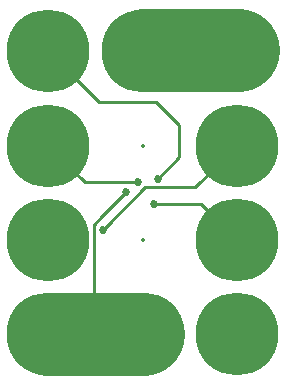
<source format=gbl>
%TF.GenerationSoftware,KiCad,Pcbnew,4.0.5-e0-6337~49~ubuntu16.04.1*%
%TF.CreationDate,2017-04-21T18:18:13-07:00*%
%TF.ProjectId,3x4-555-Timer-8SOIC-Breakout,3378342D3535352D54696D65722D3853,1.0*%
%TF.FileFunction,Copper,L2,Bot,Signal*%
%FSLAX46Y46*%
G04 Gerber Fmt 4.6, Leading zero omitted, Abs format (unit mm)*
G04 Created by KiCad (PCBNEW 4.0.5-e0-6337~49~ubuntu16.04.1) date Fri Apr 21 18:18:13 2017*
%MOMM*%
%LPD*%
G01*
G04 APERTURE LIST*
%ADD10C,0.350000*%
%ADD11C,7.000000*%
%ADD12C,7.000000*%
%ADD13C,0.685800*%
%ADD14C,0.254000*%
%ADD15C,0.330200*%
%ADD16C,0.350000*%
G04 APERTURE END LIST*
D10*
D11*
X18531300Y-88709500D02*
X26531300Y-88709500D01*
X26608500Y-64630300D02*
X34608500Y-64630300D01*
D12*
X18531300Y-88709500D03*
X18531300Y-72709500D03*
X18531300Y-80709500D03*
X26531300Y-88709500D03*
X18531300Y-64709500D03*
X34531300Y-72709500D03*
X34531300Y-88709500D03*
X34531300Y-80709500D03*
X34531300Y-64709500D03*
X26531300Y-64709500D03*
D13*
X23136211Y-79880467D03*
X27495500Y-77660500D03*
X25149672Y-76645691D03*
X27814634Y-75516992D03*
X26098500Y-75819000D03*
D14*
X23479110Y-79537568D02*
X23136211Y-79880467D01*
X23479110Y-79517890D02*
X23479110Y-79537568D01*
X26756107Y-76240893D02*
X23479110Y-79517890D01*
X30999907Y-76240893D02*
X26756107Y-76240893D01*
X34531300Y-72709500D02*
X30999907Y-76240893D01*
X27495500Y-77660500D02*
X31482300Y-77660500D01*
X31482300Y-77660500D02*
X34531300Y-80709500D01*
X22412301Y-88579301D02*
X22412301Y-79422603D01*
X23088599Y-78701901D02*
X23093462Y-78701901D01*
X22390099Y-79400401D02*
X23088599Y-78701901D01*
X22282102Y-88709500D02*
X22412301Y-88579301D01*
X22412301Y-79422603D02*
X22390099Y-79400401D01*
X23093462Y-78701901D02*
X25149672Y-76645691D01*
X22282102Y-88709500D02*
X26531300Y-88709500D01*
X22282102Y-88709500D02*
X18531300Y-88709500D01*
X27622500Y-69024500D02*
X22846300Y-69024500D01*
X22846300Y-69024500D02*
X18531300Y-64709500D01*
X29608126Y-71010126D02*
X27622500Y-69024500D01*
X29608126Y-73723500D02*
X29608126Y-71010126D01*
X27814634Y-75516992D02*
X29608126Y-73723500D01*
X26098500Y-75819000D02*
X21640800Y-75819000D01*
X21640800Y-75819000D02*
X18531300Y-72709500D01*
D15*
X23136211Y-79880467D03*
X27495500Y-77660500D03*
X25149672Y-76645691D03*
X27814634Y-75516992D03*
X26098500Y-75819000D03*
D16*
X18531300Y-88709500D03*
X26531300Y-72709500D03*
X18531300Y-72709500D03*
X18531300Y-80709500D03*
X26531300Y-80709500D03*
X26531300Y-88709500D03*
X18531300Y-64709500D03*
X34531300Y-72709500D03*
X34531300Y-88709500D03*
X34531300Y-80709500D03*
X34531300Y-64709500D03*
X26531300Y-64709500D03*
M02*

</source>
